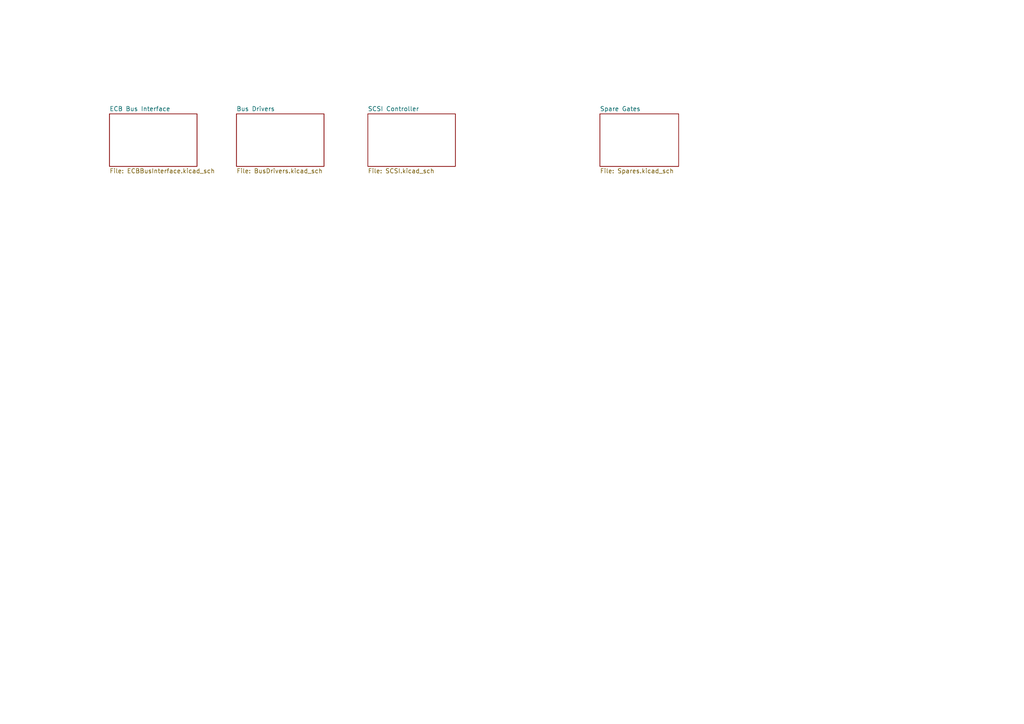
<source format=kicad_sch>
(kicad_sch (version 20211123) (generator eeschema)
  (paper "A4")
  (title_block (title "ECB SCSI-1.0") (date "2020-12-30") (rev "001") (company "RetroBrew Computers Group") (comment 1 "Licensed for hobbyist use only.") (comment 2 "Copyright (c) 2020 Richard Cini. All Rights Reserved."))
  (lib_symbols)
  (sheet (at 31.75 33.02) (size 25.4 15.24)
    (property "Sheet name" "ECB Bus Interface" (at 31.75 32.3084 0) (effects (justify left bottom)))
    (property "Sheet file" "ECBBusInterface.kicad_sch" (at 31.75 48.8446 0) (effects (justify left top)))
  )
  (sheet (at 68.58 33.02) (size 25.4 15.24)
    (property "Sheet name" "Bus Drivers" (at 68.58 32.3084 0) (effects (justify left bottom)))
    (property "Sheet file" "BusDrivers.kicad_sch" (at 68.58 48.8446 0) (effects (justify left top)))
  )
  (sheet (at 173.99 33.02) (size 22.86 15.24)
    (property "Sheet name" "Spare Gates" (at 173.99 32.3084 0) (effects (justify left bottom)))
    (property "Sheet file" "Spares.kicad_sch" (at 173.99 48.8446 0) (effects (justify left top)))
  )
  (sheet (at 106.68 33.02) (size 25.4 15.24)
    (property "Sheet name" "SCSI Controller" (at 106.68 32.3084 0) (effects (justify left bottom)))
    (property "Sheet file" "SCSI.kicad_sch" (at 106.68 48.8446 0) (effects (justify left top)))
  )
)
</source>
